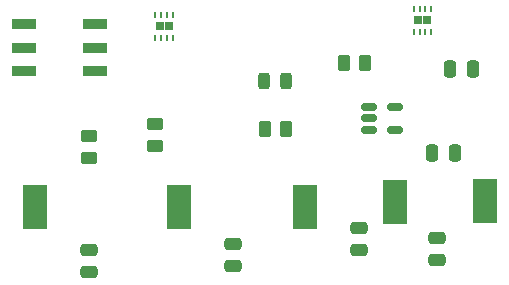
<source format=gbr>
%TF.GenerationSoftware,KiCad,Pcbnew,8.0.1*%
%TF.CreationDate,2024-03-24T23:27:44+02:00*%
%TF.ProjectId,Power Project PCB  v0,506f7765-7220-4507-926f-6a6563742050,rev?*%
%TF.SameCoordinates,Original*%
%TF.FileFunction,Paste,Top*%
%TF.FilePolarity,Positive*%
%FSLAX46Y46*%
G04 Gerber Fmt 4.6, Leading zero omitted, Abs format (unit mm)*
G04 Created by KiCad (PCBNEW 8.0.1) date 2024-03-24 23:27:44*
%MOMM*%
%LPD*%
G01*
G04 APERTURE LIST*
G04 Aperture macros list*
%AMRoundRect*
0 Rectangle with rounded corners*
0 $1 Rounding radius*
0 $2 $3 $4 $5 $6 $7 $8 $9 X,Y pos of 4 corners*
0 Add a 4 corners polygon primitive as box body*
4,1,4,$2,$3,$4,$5,$6,$7,$8,$9,$2,$3,0*
0 Add four circle primitives for the rounded corners*
1,1,$1+$1,$2,$3*
1,1,$1+$1,$4,$5*
1,1,$1+$1,$6,$7*
1,1,$1+$1,$8,$9*
0 Add four rect primitives between the rounded corners*
20,1,$1+$1,$2,$3,$4,$5,0*
20,1,$1+$1,$4,$5,$6,$7,0*
20,1,$1+$1,$6,$7,$8,$9,0*
20,1,$1+$1,$8,$9,$2,$3,0*%
G04 Aperture macros list end*
%ADD10RoundRect,0.250000X-0.250000X-0.475000X0.250000X-0.475000X0.250000X0.475000X-0.250000X0.475000X0*%
%ADD11RoundRect,0.250000X0.250000X0.475000X-0.250000X0.475000X-0.250000X-0.475000X0.250000X-0.475000X0*%
%ADD12RoundRect,0.250000X0.475000X-0.250000X0.475000X0.250000X-0.475000X0.250000X-0.475000X-0.250000X0*%
%ADD13RoundRect,0.150000X-0.512500X-0.150000X0.512500X-0.150000X0.512500X0.150000X-0.512500X0.150000X0*%
%ADD14R,2.000000X0.900000*%
%ADD15R,2.000000X3.800000*%
%ADD16RoundRect,0.243750X-0.243750X-0.456250X0.243750X-0.456250X0.243750X0.456250X-0.243750X0.456250X0*%
%ADD17RoundRect,0.250000X-0.262500X-0.450000X0.262500X-0.450000X0.262500X0.450000X-0.262500X0.450000X0*%
%ADD18RoundRect,0.250000X-0.450000X0.262500X-0.450000X-0.262500X0.450000X-0.262500X0.450000X0.262500X0*%
%ADD19R,0.650000X0.750000*%
%ADD20RoundRect,0.062500X0.062500X-0.187500X0.062500X0.187500X-0.062500X0.187500X-0.062500X-0.187500X0*%
G04 APERTURE END LIST*
D10*
%TO.C,C2*%
X151450000Y-48768000D03*
X153350000Y-48768000D03*
%TD*%
D11*
%TO.C,C1*%
X151826000Y-55880000D03*
X149926000Y-55880000D03*
%TD*%
D12*
%TO.C,C8*%
X150368000Y-64958000D03*
X150368000Y-63058000D03*
%TD*%
%TO.C,C7*%
X143764000Y-64084000D03*
X143764000Y-62184000D03*
%TD*%
%TO.C,C6*%
X120904000Y-65974000D03*
X120904000Y-64074000D03*
%TD*%
%TO.C,C5*%
X133096000Y-65466000D03*
X133096000Y-63566000D03*
%TD*%
D13*
%TO.C,U1*%
X144537000Y-52000000D03*
X144537000Y-52950000D03*
X144537000Y-53900000D03*
X146812000Y-53900000D03*
X146812000Y-52000000D03*
%TD*%
D14*
%TO.C,S1*%
X115364000Y-48954000D03*
X115364000Y-46954000D03*
X115364000Y-44954000D03*
X121364000Y-48954000D03*
X121364000Y-46954000D03*
X121364000Y-44954000D03*
%TD*%
D15*
%TO.C,TP5*%
X154432000Y-59944000D03*
%TD*%
%TO.C,TP4*%
X139192000Y-60452000D03*
%TD*%
%TO.C,TP3*%
X128524000Y-60452000D03*
%TD*%
%TO.C,TP2*%
X146812000Y-60000000D03*
%TD*%
%TO.C,TP1*%
X116332000Y-60452000D03*
%TD*%
D16*
%TO.C,D1*%
X135714500Y-49784000D03*
X137589500Y-49784000D03*
%TD*%
D17*
%TO.C,R12*%
X142447000Y-48260000D03*
X144272000Y-48260000D03*
%TD*%
%TO.C,R7*%
X135739500Y-53848000D03*
X137564500Y-53848000D03*
%TD*%
D18*
%TO.C,R6*%
X126492000Y-53443500D03*
X126492000Y-55268500D03*
%TD*%
%TO.C,R5*%
X120904000Y-54459500D03*
X120904000Y-56284500D03*
%TD*%
D19*
%TO.C,U3*%
X148710000Y-44638000D03*
X149510000Y-44638000D03*
D20*
X148360000Y-45588000D03*
X148860000Y-45588000D03*
X149360000Y-45588000D03*
X149860000Y-45588000D03*
X149860000Y-43688000D03*
X149360000Y-43688000D03*
X148860000Y-43688000D03*
X148360000Y-43688000D03*
%TD*%
D19*
%TO.C,U2*%
X126850000Y-45146000D03*
X127650000Y-45146000D03*
D20*
X126500000Y-46096000D03*
X127000000Y-46096000D03*
X127500000Y-46096000D03*
X128000000Y-46096000D03*
X128000000Y-44196000D03*
X127500000Y-44196000D03*
X127000000Y-44196000D03*
X126500000Y-44196000D03*
%TD*%
M02*

</source>
